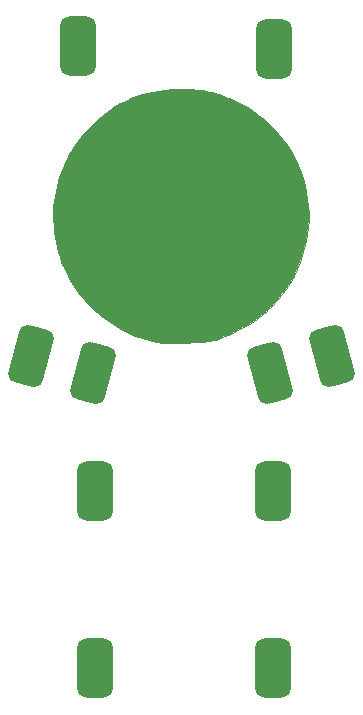
<source format=gbs>
%TF.GenerationSoftware,KiCad,Pcbnew,(6.0.2)*%
%TF.CreationDate,2022-06-12T16:08:13+02:00*%
%TF.ProjectId,robo-rocket,726f626f-2d72-46f6-936b-65742e6b6963,rev?*%
%TF.SameCoordinates,Original*%
%TF.FileFunction,Soldermask,Bot*%
%TF.FilePolarity,Negative*%
%FSLAX46Y46*%
G04 Gerber Fmt 4.6, Leading zero omitted, Abs format (unit mm)*
G04 Created by KiCad (PCBNEW (6.0.2)) date 2022-06-12 16:08:13*
%MOMM*%
%LPD*%
G01*
G04 APERTURE LIST*
G04 Aperture macros list*
%AMRoundRect*
0 Rectangle with rounded corners*
0 $1 Rounding radius*
0 $2 $3 $4 $5 $6 $7 $8 $9 X,Y pos of 4 corners*
0 Add a 4 corners polygon primitive as box body*
4,1,4,$2,$3,$4,$5,$6,$7,$8,$9,$2,$3,0*
0 Add four circle primitives for the rounded corners*
1,1,$1+$1,$2,$3*
1,1,$1+$1,$4,$5*
1,1,$1+$1,$6,$7*
1,1,$1+$1,$8,$9*
0 Add four rect primitives between the rounded corners*
20,1,$1+$1,$2,$3,$4,$5,0*
20,1,$1+$1,$4,$5,$6,$7,0*
20,1,$1+$1,$6,$7,$8,$9,0*
20,1,$1+$1,$8,$9,$2,$3,0*%
G04 Aperture macros list end*
%ADD10C,0.126504*%
%ADD11RoundRect,0.750000X0.750000X-1.750000X0.750000X1.750000X-0.750000X1.750000X-0.750000X-1.750000X0*%
%ADD12RoundRect,0.750000X1.177378X-1.496256X0.271511X1.884484X-1.177378X1.496256X-0.271511X-1.884484X0*%
%ADD13RoundRect,0.750000X0.271511X-1.884484X1.177378X1.496256X-0.271511X1.884484X-1.177378X-1.496256X0*%
G04 APERTURE END LIST*
D10*
X82193090Y-67771007D02*
X82418293Y-67699841D01*
X82418293Y-67699841D02*
X82660976Y-67612455D01*
X82660976Y-67612455D02*
X82918249Y-67510416D01*
X82918249Y-67510416D02*
X83187218Y-67395287D01*
X83187218Y-67395287D02*
X83464993Y-67268635D01*
X83464993Y-67268635D02*
X83748680Y-67132023D01*
X83748680Y-67132023D02*
X84322226Y-66835180D01*
X84322226Y-66835180D02*
X84884719Y-66517281D01*
X84884719Y-66517281D02*
X85154591Y-66354347D01*
X85154591Y-66354347D02*
X85413024Y-66190843D01*
X85413024Y-66190843D02*
X85657127Y-66028335D01*
X85657127Y-66028335D02*
X85884006Y-65868388D01*
X85884006Y-65868388D02*
X86090770Y-65712566D01*
X86090770Y-65712566D02*
X86274527Y-65562434D01*
X86274527Y-65562434D02*
X86451502Y-65405074D01*
X86451502Y-65405074D02*
X86641443Y-65225945D01*
X86641443Y-65225945D02*
X86838417Y-65031280D01*
X86838417Y-65031280D02*
X87036489Y-64827309D01*
X87036489Y-64827309D02*
X87229727Y-64620264D01*
X87229727Y-64620264D02*
X87412195Y-64416377D01*
X87412195Y-64416377D02*
X87577961Y-64221879D01*
X87577961Y-64221879D02*
X87721090Y-64043002D01*
X87721090Y-64043002D02*
X88112745Y-63502360D01*
X88112745Y-63502360D02*
X88467272Y-62949484D01*
X88467272Y-62949484D02*
X88785015Y-62385737D01*
X88785015Y-62385737D02*
X89066318Y-61812484D01*
X89066318Y-61812484D02*
X89311524Y-61231087D01*
X89311524Y-61231087D02*
X89520976Y-60642912D01*
X89520976Y-60642912D02*
X89695016Y-60049321D01*
X89695016Y-60049321D02*
X89833990Y-59451678D01*
X89833990Y-59451678D02*
X89938239Y-58851347D01*
X89938239Y-58851347D02*
X90008107Y-58249692D01*
X90008107Y-58249692D02*
X90043937Y-57648076D01*
X90043937Y-57648076D02*
X90046073Y-57047862D01*
X90046073Y-57047862D02*
X90014858Y-56450416D01*
X90014858Y-56450416D02*
X89950635Y-55857100D01*
X89950635Y-55857100D02*
X89853746Y-55269277D01*
X89853746Y-55269277D02*
X89724537Y-54688313D01*
X89724537Y-54688313D02*
X89563349Y-54115570D01*
X89563349Y-54115570D02*
X89370526Y-53552412D01*
X89370526Y-53552412D02*
X89146412Y-53000203D01*
X89146412Y-53000203D02*
X88891349Y-52460307D01*
X88891349Y-52460307D02*
X88605680Y-51934087D01*
X88605680Y-51934087D02*
X88289750Y-51422907D01*
X88289750Y-51422907D02*
X87943901Y-50928130D01*
X87943901Y-50928130D02*
X87568477Y-50451121D01*
X87568477Y-50451121D02*
X87163820Y-49993243D01*
X87163820Y-49993243D02*
X86730275Y-49555859D01*
X86730275Y-49555859D02*
X86268183Y-49140334D01*
X86268183Y-49140334D02*
X85777890Y-48748032D01*
X85777890Y-48748032D02*
X85259737Y-48380315D01*
X85259737Y-48380315D02*
X84714068Y-48038547D01*
X84714068Y-48038547D02*
X84141226Y-47724093D01*
X84141226Y-47724093D02*
X83541555Y-47438315D01*
X83541555Y-47438315D02*
X83247751Y-47311686D01*
X83247751Y-47311686D02*
X82964036Y-47196344D01*
X82964036Y-47196344D02*
X82688519Y-47091925D01*
X82688519Y-47091925D02*
X82419307Y-46998064D01*
X82419307Y-46998064D02*
X82154510Y-46914400D01*
X82154510Y-46914400D02*
X81892234Y-46840565D01*
X81892234Y-46840565D02*
X81630588Y-46776198D01*
X81630588Y-46776198D02*
X81367680Y-46720934D01*
X81367680Y-46720934D02*
X81101617Y-46674408D01*
X81101617Y-46674408D02*
X80830507Y-46636257D01*
X80830507Y-46636257D02*
X80552459Y-46606117D01*
X80552459Y-46606117D02*
X80265580Y-46583623D01*
X80265580Y-46583623D02*
X79967979Y-46568412D01*
X79967979Y-46568412D02*
X79657763Y-46560119D01*
X79657763Y-46560119D02*
X79333040Y-46558380D01*
X79333040Y-46558380D02*
X78991919Y-46562831D01*
X78991919Y-46562831D02*
X78445137Y-46585154D01*
X78445137Y-46585154D02*
X77913306Y-46628787D01*
X77913306Y-46628787D02*
X77395776Y-46694001D01*
X77395776Y-46694001D02*
X76891902Y-46781068D01*
X76891902Y-46781068D02*
X76401035Y-46890258D01*
X76401035Y-46890258D02*
X75922527Y-47021844D01*
X75922527Y-47021844D02*
X75455732Y-47176095D01*
X75455732Y-47176095D02*
X75000002Y-47353283D01*
X75000002Y-47353283D02*
X74554689Y-47553680D01*
X74554689Y-47553680D02*
X74119146Y-47777557D01*
X74119146Y-47777557D02*
X73692725Y-48025184D01*
X73692725Y-48025184D02*
X73274779Y-48296834D01*
X73274779Y-48296834D02*
X72864661Y-48592776D01*
X72864661Y-48592776D02*
X72461722Y-48913282D01*
X72461722Y-48913282D02*
X72065316Y-49258625D01*
X72065316Y-49258625D02*
X71674795Y-49629073D01*
X71674795Y-49629073D02*
X71360123Y-49952431D01*
X71360123Y-49952431D02*
X71061001Y-50285171D01*
X71061001Y-50285171D02*
X70777502Y-50626842D01*
X70777502Y-50626842D02*
X70509695Y-50976996D01*
X70509695Y-50976996D02*
X70257651Y-51335181D01*
X70257651Y-51335181D02*
X70021441Y-51700947D01*
X70021441Y-51700947D02*
X69801136Y-52073845D01*
X69801136Y-52073845D02*
X69596806Y-52453423D01*
X69596806Y-52453423D02*
X69408522Y-52839232D01*
X69408522Y-52839232D02*
X69236355Y-53230822D01*
X69236355Y-53230822D02*
X68940654Y-54029543D01*
X68940654Y-54029543D02*
X68710269Y-54845984D01*
X68710269Y-54845984D02*
X68545765Y-55676544D01*
X68545765Y-55676544D02*
X68447708Y-56517622D01*
X68447708Y-56517622D02*
X68416664Y-57365615D01*
X68416664Y-57365615D02*
X68453199Y-58216923D01*
X68453199Y-58216923D02*
X68496985Y-58642694D01*
X68496985Y-58642694D02*
X68557877Y-59067944D01*
X68557877Y-59067944D02*
X68635947Y-59492221D01*
X68635947Y-59492221D02*
X68731266Y-59915076D01*
X68731266Y-59915076D02*
X68843903Y-60336059D01*
X68843903Y-60336059D02*
X68973930Y-60754719D01*
X68973930Y-60754719D02*
X69121417Y-61170606D01*
X69121417Y-61170606D02*
X69286435Y-61583270D01*
X69286435Y-61583270D02*
X69469055Y-61992261D01*
X69469055Y-61992261D02*
X69669348Y-62397128D01*
X69669348Y-62397128D02*
X69956376Y-62910980D01*
X69956376Y-62910980D02*
X70274341Y-63408150D01*
X70274341Y-63408150D02*
X70621686Y-63887471D01*
X70621686Y-63887471D02*
X70996855Y-64347778D01*
X70996855Y-64347778D02*
X71398291Y-64787905D01*
X71398291Y-64787905D02*
X71824439Y-65206687D01*
X71824439Y-65206687D02*
X72273742Y-65602958D01*
X72273742Y-65602958D02*
X72744644Y-65975552D01*
X72744644Y-65975552D02*
X73235590Y-66323303D01*
X73235590Y-66323303D02*
X73745022Y-66645046D01*
X73745022Y-66645046D02*
X74271385Y-66939615D01*
X74271385Y-66939615D02*
X74813123Y-67205845D01*
X74813123Y-67205845D02*
X75368679Y-67442569D01*
X75368679Y-67442569D02*
X75936498Y-67648623D01*
X75936498Y-67648623D02*
X76515023Y-67822839D01*
X76515023Y-67822839D02*
X77102697Y-67964053D01*
X77102697Y-67964053D02*
X77323131Y-68001919D01*
X77323131Y-68001919D02*
X77583067Y-68032123D01*
X77583067Y-68032123D02*
X77876831Y-68054880D01*
X77876831Y-68054880D02*
X78198751Y-68070407D01*
X78198751Y-68070407D02*
X78904368Y-68080626D01*
X78904368Y-68080626D02*
X79654535Y-68064502D01*
X79654535Y-68064502D02*
X80403872Y-68023756D01*
X80403872Y-68023756D02*
X81106995Y-67960109D01*
X81106995Y-67960109D02*
X81427045Y-67920236D01*
X81427045Y-67920236D02*
X81718524Y-67875283D01*
X81718524Y-67875283D02*
X81975758Y-67825466D01*
X81975758Y-67825466D02*
X82193075Y-67770999D01*
X82193075Y-67770999D02*
X82193090Y-67771007D01*
X82193090Y-67771007D02*
X82193090Y-67771007D01*
G36*
X79657763Y-46560119D02*
G01*
X79967979Y-46568412D01*
X80265580Y-46583623D01*
X80552459Y-46606117D01*
X80830507Y-46636257D01*
X81101617Y-46674408D01*
X81367680Y-46720934D01*
X81630588Y-46776198D01*
X81892234Y-46840565D01*
X82154510Y-46914400D01*
X82419307Y-46998064D01*
X82688519Y-47091925D01*
X82964036Y-47196344D01*
X83247751Y-47311686D01*
X83541555Y-47438315D01*
X84141226Y-47724093D01*
X84714068Y-48038547D01*
X85259737Y-48380315D01*
X85777890Y-48748032D01*
X86268183Y-49140334D01*
X86730275Y-49555859D01*
X87163820Y-49993243D01*
X87568477Y-50451121D01*
X87943901Y-50928130D01*
X88289750Y-51422907D01*
X88605680Y-51934087D01*
X88891349Y-52460307D01*
X89146412Y-53000203D01*
X89370526Y-53552412D01*
X89563349Y-54115570D01*
X89724537Y-54688313D01*
X89853746Y-55269277D01*
X89950635Y-55857100D01*
X90014858Y-56450416D01*
X90046073Y-57047862D01*
X90043937Y-57648076D01*
X90008107Y-58249692D01*
X89938239Y-58851347D01*
X89833990Y-59451678D01*
X89695016Y-60049321D01*
X89520976Y-60642912D01*
X89311524Y-61231087D01*
X89066318Y-61812484D01*
X88785015Y-62385737D01*
X88467272Y-62949484D01*
X88112745Y-63502360D01*
X87721090Y-64043002D01*
X87577961Y-64221879D01*
X87412195Y-64416377D01*
X87229727Y-64620264D01*
X87036489Y-64827309D01*
X86838417Y-65031280D01*
X86641443Y-65225945D01*
X86451502Y-65405074D01*
X86274527Y-65562434D01*
X86090770Y-65712566D01*
X85884006Y-65868388D01*
X85657127Y-66028335D01*
X85413024Y-66190843D01*
X85154591Y-66354347D01*
X84884719Y-66517281D01*
X84322226Y-66835180D01*
X83748680Y-67132023D01*
X83464993Y-67268635D01*
X83187218Y-67395287D01*
X82918249Y-67510416D01*
X82660976Y-67612455D01*
X82418293Y-67699841D01*
X82193090Y-67771007D01*
X82193075Y-67770999D01*
X81975758Y-67825466D01*
X81718524Y-67875283D01*
X81427045Y-67920236D01*
X81106995Y-67960109D01*
X80403872Y-68023756D01*
X79654535Y-68064502D01*
X78904368Y-68080626D01*
X78198751Y-68070407D01*
X77876831Y-68054880D01*
X77583067Y-68032123D01*
X77323131Y-68001919D01*
X77102697Y-67964053D01*
X76515023Y-67822839D01*
X75936498Y-67648623D01*
X75368679Y-67442569D01*
X74813123Y-67205845D01*
X74271385Y-66939615D01*
X73745022Y-66645046D01*
X73235590Y-66323303D01*
X72744644Y-65975552D01*
X72273742Y-65602958D01*
X71824439Y-65206687D01*
X71398291Y-64787905D01*
X70996855Y-64347778D01*
X70621686Y-63887471D01*
X70274341Y-63408150D01*
X69956376Y-62910980D01*
X69669348Y-62397128D01*
X69469055Y-61992261D01*
X69286435Y-61583270D01*
X69121417Y-61170606D01*
X68973930Y-60754719D01*
X68843903Y-60336059D01*
X68731266Y-59915076D01*
X68635947Y-59492221D01*
X68557877Y-59067944D01*
X68496985Y-58642694D01*
X68453199Y-58216923D01*
X68416664Y-57365615D01*
X68447708Y-56517622D01*
X68545765Y-55676544D01*
X68710269Y-54845984D01*
X68940654Y-54029543D01*
X69236355Y-53230822D01*
X69408522Y-52839232D01*
X69596806Y-52453423D01*
X69801136Y-52073845D01*
X70021441Y-51700947D01*
X70257651Y-51335181D01*
X70509695Y-50976996D01*
X70777502Y-50626842D01*
X71061001Y-50285171D01*
X71360123Y-49952431D01*
X71674795Y-49629073D01*
X72065316Y-49258625D01*
X72461722Y-48913282D01*
X72864661Y-48592776D01*
X73274779Y-48296834D01*
X73692725Y-48025184D01*
X74119146Y-47777557D01*
X74554689Y-47553680D01*
X75000002Y-47353283D01*
X75455732Y-47176095D01*
X75922527Y-47021844D01*
X76401035Y-46890258D01*
X76891902Y-46781068D01*
X77395776Y-46694001D01*
X77913306Y-46628787D01*
X78445137Y-46585154D01*
X78991919Y-46562831D01*
X79333040Y-46558380D01*
X79657763Y-46560119D01*
G37*
X79657763Y-46560119D02*
X79967979Y-46568412D01*
X80265580Y-46583623D01*
X80552459Y-46606117D01*
X80830507Y-46636257D01*
X81101617Y-46674408D01*
X81367680Y-46720934D01*
X81630588Y-46776198D01*
X81892234Y-46840565D01*
X82154510Y-46914400D01*
X82419307Y-46998064D01*
X82688519Y-47091925D01*
X82964036Y-47196344D01*
X83247751Y-47311686D01*
X83541555Y-47438315D01*
X84141226Y-47724093D01*
X84714068Y-48038547D01*
X85259737Y-48380315D01*
X85777890Y-48748032D01*
X86268183Y-49140334D01*
X86730275Y-49555859D01*
X87163820Y-49993243D01*
X87568477Y-50451121D01*
X87943901Y-50928130D01*
X88289750Y-51422907D01*
X88605680Y-51934087D01*
X88891349Y-52460307D01*
X89146412Y-53000203D01*
X89370526Y-53552412D01*
X89563349Y-54115570D01*
X89724537Y-54688313D01*
X89853746Y-55269277D01*
X89950635Y-55857100D01*
X90014858Y-56450416D01*
X90046073Y-57047862D01*
X90043937Y-57648076D01*
X90008107Y-58249692D01*
X89938239Y-58851347D01*
X89833990Y-59451678D01*
X89695016Y-60049321D01*
X89520976Y-60642912D01*
X89311524Y-61231087D01*
X89066318Y-61812484D01*
X88785015Y-62385737D01*
X88467272Y-62949484D01*
X88112745Y-63502360D01*
X87721090Y-64043002D01*
X87577961Y-64221879D01*
X87412195Y-64416377D01*
X87229727Y-64620264D01*
X87036489Y-64827309D01*
X86838417Y-65031280D01*
X86641443Y-65225945D01*
X86451502Y-65405074D01*
X86274527Y-65562434D01*
X86090770Y-65712566D01*
X85884006Y-65868388D01*
X85657127Y-66028335D01*
X85413024Y-66190843D01*
X85154591Y-66354347D01*
X84884719Y-66517281D01*
X84322226Y-66835180D01*
X83748680Y-67132023D01*
X83464993Y-67268635D01*
X83187218Y-67395287D01*
X82918249Y-67510416D01*
X82660976Y-67612455D01*
X82418293Y-67699841D01*
X82193090Y-67771007D01*
X82193075Y-67770999D01*
X81975758Y-67825466D01*
X81718524Y-67875283D01*
X81427045Y-67920236D01*
X81106995Y-67960109D01*
X80403872Y-68023756D01*
X79654535Y-68064502D01*
X78904368Y-68080626D01*
X78198751Y-68070407D01*
X77876831Y-68054880D01*
X77583067Y-68032123D01*
X77323131Y-68001919D01*
X77102697Y-67964053D01*
X76515023Y-67822839D01*
X75936498Y-67648623D01*
X75368679Y-67442569D01*
X74813123Y-67205845D01*
X74271385Y-66939615D01*
X73745022Y-66645046D01*
X73235590Y-66323303D01*
X72744644Y-65975552D01*
X72273742Y-65602958D01*
X71824439Y-65206687D01*
X71398291Y-64787905D01*
X70996855Y-64347778D01*
X70621686Y-63887471D01*
X70274341Y-63408150D01*
X69956376Y-62910980D01*
X69669348Y-62397128D01*
X69469055Y-61992261D01*
X69286435Y-61583270D01*
X69121417Y-61170606D01*
X68973930Y-60754719D01*
X68843903Y-60336059D01*
X68731266Y-59915076D01*
X68635947Y-59492221D01*
X68557877Y-59067944D01*
X68496985Y-58642694D01*
X68453199Y-58216923D01*
X68416664Y-57365615D01*
X68447708Y-56517622D01*
X68545765Y-55676544D01*
X68710269Y-54845984D01*
X68940654Y-54029543D01*
X69236355Y-53230822D01*
X69408522Y-52839232D01*
X69596806Y-52453423D01*
X69801136Y-52073845D01*
X70021441Y-51700947D01*
X70257651Y-51335181D01*
X70509695Y-50976996D01*
X70777502Y-50626842D01*
X71061001Y-50285171D01*
X71360123Y-49952431D01*
X71674795Y-49629073D01*
X72065316Y-49258625D01*
X72461722Y-48913282D01*
X72864661Y-48592776D01*
X73274779Y-48296834D01*
X73692725Y-48025184D01*
X74119146Y-47777557D01*
X74554689Y-47553680D01*
X75000002Y-47353283D01*
X75455732Y-47176095D01*
X75922527Y-47021844D01*
X76401035Y-46890258D01*
X76891902Y-46781068D01*
X77395776Y-46694001D01*
X77913306Y-46628787D01*
X78445137Y-46585154D01*
X78991919Y-46562831D01*
X79333040Y-46558380D01*
X79657763Y-46560119D01*
D11*
%TO.C,R101*%
X87060000Y-80620000D03*
X87060000Y-95620000D03*
%TD*%
D12*
%TO.C,D101*%
X91998000Y-69181189D03*
X86782000Y-70578812D03*
%TD*%
D11*
%TO.C,J101*%
X70540000Y-42960000D03*
%TD*%
D13*
%TO.C,D102*%
X71798000Y-70578812D03*
X66582000Y-69181189D03*
%TD*%
D11*
%TO.C,J102*%
X87130000Y-43180000D03*
%TD*%
%TO.C,R102*%
X71980000Y-80620000D03*
X71980000Y-95620000D03*
%TD*%
M02*

</source>
